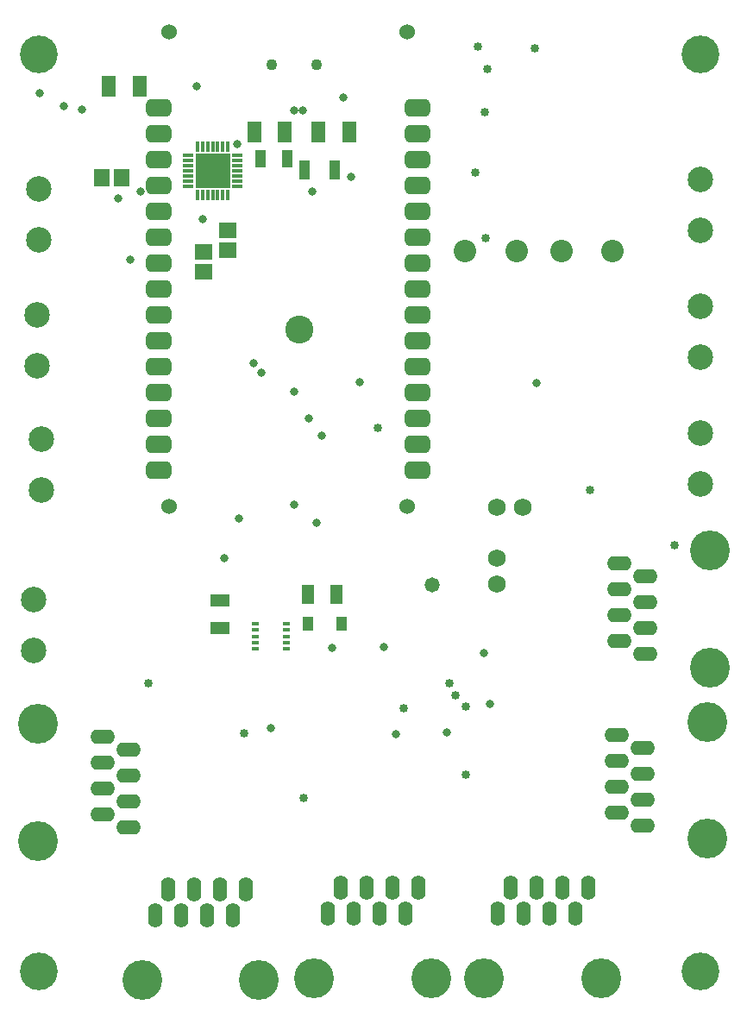
<source format=gbs>
G04*
G04 #@! TF.GenerationSoftware,Altium Limited,CircuitMaker,2.0.3 (51)*
G04*
G04 Layer_Color=8150272*
%FSLAX24Y24*%
%MOIN*%
G70*
G04*
G04 #@! TF.SameCoordinates,3954AB4D-5D0B-4665-A105-1F8CE3EC6163*
G04*
G04*
G04 #@! TF.FilePolarity,Negative*
G04*
G01*
G75*
%ADD18R,0.0611X0.0690*%
%ADD27R,0.0690X0.0611*%
%ADD34R,0.0533X0.0789*%
%ADD36C,0.0986*%
%ADD37O,0.0946X0.0552*%
%ADD38C,0.1537*%
G04:AMPARAMS|DCode=40|XSize=68mil|YSize=98mil|CornerRadius=19mil|HoleSize=0mil|Usage=FLASHONLY|Rotation=270.000|XOffset=0mil|YOffset=0mil|HoleType=Round|Shape=RoundedRectangle|*
%AMROUNDEDRECTD40*
21,1,0.0680,0.0600,0,0,270.0*
21,1,0.0300,0.0980,0,0,270.0*
1,1,0.0380,-0.0300,-0.0150*
1,1,0.0380,-0.0300,0.0150*
1,1,0.0380,0.0300,0.0150*
1,1,0.0380,0.0300,-0.0150*
%
%ADD40ROUNDEDRECTD40*%
%ADD41C,0.0600*%
%ADD42C,0.0867*%
%ADD43C,0.1080*%
%ADD44C,0.0434*%
%ADD45O,0.0552X0.0946*%
%ADD46C,0.0680*%
%ADD47C,0.0320*%
%ADD48C,0.0580*%
%ADD50C,0.0336*%
%ADD51C,0.1458*%
%ADD100R,0.0434X0.0749*%
%ADD101R,0.0434X0.0710*%
%ADD102R,0.1360X0.1360*%
%ADD103R,0.0402X0.0146*%
%ADD104R,0.0146X0.0402*%
%ADD105R,0.0438X0.0560*%
G04:AMPARAMS|DCode=106|XSize=29.5mil|YSize=15.7mil|CornerRadius=4.9mil|HoleSize=0mil|Usage=FLASHONLY|Rotation=0.000|XOffset=0mil|YOffset=0mil|HoleType=Round|Shape=RoundedRectangle|*
%AMROUNDEDRECTD106*
21,1,0.0295,0.0059,0,0,0.0*
21,1,0.0197,0.0157,0,0,0.0*
1,1,0.0098,0.0098,-0.0030*
1,1,0.0098,-0.0098,-0.0030*
1,1,0.0098,-0.0098,0.0030*
1,1,0.0098,0.0098,0.0030*
%
%ADD106ROUNDEDRECTD106*%
%ADD107R,0.0474X0.0749*%
%ADD108R,0.0749X0.0474*%
D18*
X14262Y42480D02*
D03*
X15030D02*
D03*
D27*
X18191Y38856D02*
D03*
Y39624D02*
D03*
X19134Y39695D02*
D03*
Y40463D02*
D03*
D34*
X15709Y46024D02*
D03*
X14528D02*
D03*
X23819Y44252D02*
D03*
X22638D02*
D03*
X21339D02*
D03*
X20157D02*
D03*
D36*
X11929Y30433D02*
D03*
Y32402D02*
D03*
X37402Y32638D02*
D03*
Y30669D02*
D03*
X11772Y37205D02*
D03*
Y35236D02*
D03*
X11811Y42047D02*
D03*
Y40079D02*
D03*
X37402Y35551D02*
D03*
Y37520D02*
D03*
Y40472D02*
D03*
Y42441D02*
D03*
X11614Y24213D02*
D03*
Y26181D02*
D03*
D37*
X15280Y20384D02*
D03*
Y19384D02*
D03*
Y17384D02*
D03*
Y18384D02*
D03*
X14280Y17884D02*
D03*
Y18884D02*
D03*
Y20884D02*
D03*
Y19884D02*
D03*
X35248Y25077D02*
D03*
Y24077D02*
D03*
Y26077D02*
D03*
Y27077D02*
D03*
X34248Y26577D02*
D03*
Y27577D02*
D03*
Y25577D02*
D03*
Y24577D02*
D03*
X35169Y18463D02*
D03*
Y17463D02*
D03*
Y19463D02*
D03*
Y20463D02*
D03*
X34169Y19963D02*
D03*
Y20963D02*
D03*
Y18963D02*
D03*
Y17963D02*
D03*
D38*
X11780Y16870D02*
D03*
Y21398D02*
D03*
X37748Y23563D02*
D03*
Y28091D02*
D03*
X37669Y16949D02*
D03*
Y21476D02*
D03*
X29035Y11543D02*
D03*
X33563D02*
D03*
X22461D02*
D03*
X26988D02*
D03*
X15807Y11504D02*
D03*
X20335D02*
D03*
D40*
X16454Y31182D02*
D03*
Y32182D02*
D03*
Y33182D02*
D03*
Y34182D02*
D03*
Y35182D02*
D03*
Y36182D02*
D03*
Y37182D02*
D03*
Y38182D02*
D03*
Y39182D02*
D03*
Y40182D02*
D03*
Y41182D02*
D03*
Y42182D02*
D03*
Y43182D02*
D03*
Y45182D02*
D03*
X26454Y31182D02*
D03*
Y32182D02*
D03*
Y33182D02*
D03*
Y34182D02*
D03*
Y35182D02*
D03*
Y36182D02*
D03*
Y37182D02*
D03*
Y38182D02*
D03*
Y39182D02*
D03*
Y40182D02*
D03*
Y41182D02*
D03*
Y42182D02*
D03*
Y43182D02*
D03*
Y44182D02*
D03*
Y45182D02*
D03*
X16454Y44182D02*
D03*
D41*
X16856Y48135D02*
D03*
X26052D02*
D03*
Y29804D02*
D03*
X16856D02*
D03*
D42*
X32007Y39661D02*
D03*
X33977Y39646D02*
D03*
X28306Y39661D02*
D03*
X30276Y39646D02*
D03*
D43*
X21884Y36632D02*
D03*
D44*
X20827Y46870D02*
D03*
X22559D02*
D03*
D45*
X30549Y14043D02*
D03*
X29549D02*
D03*
X31549D02*
D03*
X32549D02*
D03*
X32049Y15043D02*
D03*
X33049D02*
D03*
X31049D02*
D03*
X30049D02*
D03*
X23974Y14043D02*
D03*
X22974D02*
D03*
X24974D02*
D03*
X25974D02*
D03*
X25474Y15043D02*
D03*
X26474D02*
D03*
X24474D02*
D03*
X23474D02*
D03*
X17321Y14004D02*
D03*
X16321D02*
D03*
X18321D02*
D03*
X19321D02*
D03*
X18821Y15004D02*
D03*
X19821D02*
D03*
X17821D02*
D03*
X16821D02*
D03*
D46*
X29528Y27783D02*
D03*
Y26783D02*
D03*
X30539Y29764D02*
D03*
X29539D02*
D03*
D47*
X11850Y45748D02*
D03*
X22008Y45079D02*
D03*
X21693D02*
D03*
X23885Y42515D02*
D03*
X23583Y45591D02*
D03*
X17913Y46024D02*
D03*
X18110Y42323D02*
D03*
X18543D02*
D03*
X18110Y43189D02*
D03*
X19488Y43780D02*
D03*
X15354Y39331D02*
D03*
X15748Y41968D02*
D03*
X14882Y41693D02*
D03*
X22402Y41968D02*
D03*
X22559Y29173D02*
D03*
X25157Y24370D02*
D03*
X21693Y34213D02*
D03*
X22756Y32520D02*
D03*
X22244Y33189D02*
D03*
X25630Y20984D02*
D03*
X29252Y22165D02*
D03*
X18150Y40906D02*
D03*
X18976Y27795D02*
D03*
X12795Y45276D02*
D03*
X13504Y45118D02*
D03*
X20118Y35315D02*
D03*
X20433Y34961D02*
D03*
X31063Y34567D02*
D03*
X24213Y34606D02*
D03*
X23150Y24331D02*
D03*
X21693Y29843D02*
D03*
X27598Y21063D02*
D03*
X20787Y21220D02*
D03*
X29016Y24134D02*
D03*
X19567Y29331D02*
D03*
D48*
X27008Y26744D02*
D03*
D50*
X36378Y28307D02*
D03*
X33110Y30433D02*
D03*
X24920Y32810D02*
D03*
X27680Y22970D02*
D03*
X16050D02*
D03*
X28330Y19430D02*
D03*
Y22060D02*
D03*
X27910Y22480D02*
D03*
X25940Y21990D02*
D03*
X22060Y18530D02*
D03*
X19750Y21010D02*
D03*
X29094Y40160D02*
D03*
X29055Y45039D02*
D03*
X28780Y47559D02*
D03*
X29173Y46693D02*
D03*
X30984Y47480D02*
D03*
X28701Y42677D02*
D03*
D51*
X11811Y11811D02*
D03*
X37402D02*
D03*
X11811Y47244D02*
D03*
X37402D02*
D03*
D100*
X22106Y42795D02*
D03*
X23248D02*
D03*
D101*
X21437Y43228D02*
D03*
X20374D02*
D03*
D102*
X18543Y42756D02*
D03*
D103*
X17598D02*
D03*
Y42953D02*
D03*
Y43150D02*
D03*
Y43346D02*
D03*
Y42559D02*
D03*
Y42362D02*
D03*
Y42165D02*
D03*
X19488D02*
D03*
Y42362D02*
D03*
Y42559D02*
D03*
Y43346D02*
D03*
Y43150D02*
D03*
Y42953D02*
D03*
Y42756D02*
D03*
D104*
X19134Y43701D02*
D03*
X18937D02*
D03*
X18740D02*
D03*
X18543D02*
D03*
X18346D02*
D03*
X18150D02*
D03*
X17953D02*
D03*
Y41811D02*
D03*
X18150D02*
D03*
X18346D02*
D03*
X18543D02*
D03*
X18740D02*
D03*
X18937D02*
D03*
X19134D02*
D03*
D105*
X23510Y25249D02*
D03*
X22219D02*
D03*
D106*
X20177Y24301D02*
D03*
Y24537D02*
D03*
Y24774D02*
D03*
Y25010D02*
D03*
Y25246D02*
D03*
X21378D02*
D03*
Y25010D02*
D03*
Y24774D02*
D03*
Y24537D02*
D03*
Y24301D02*
D03*
D107*
X23326Y26391D02*
D03*
X22236D02*
D03*
D108*
X18819Y26170D02*
D03*
Y25080D02*
D03*
M02*

</source>
